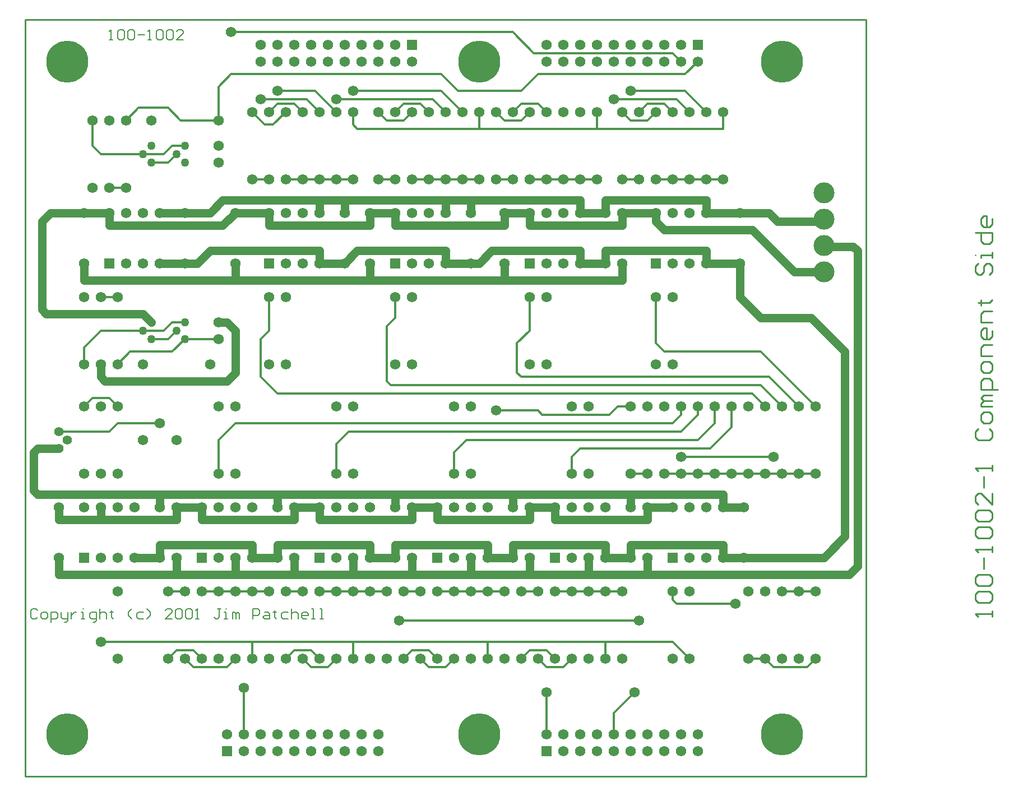
<source format=gtl>
*%FSLAX23Y23*%
*%MOIN*%
G01*
%ADD11C,0.006*%
%ADD12C,0.007*%
%ADD13C,0.008*%
%ADD14C,0.010*%
%ADD15C,0.012*%
%ADD16C,0.020*%
%ADD17C,0.032*%
%ADD18C,0.036*%
%ADD19C,0.050*%
%ADD20C,0.050*%
%ADD21C,0.052*%
%ADD22C,0.054*%
%ADD23C,0.055*%
%ADD24C,0.056*%
%ADD25C,0.059*%
%ADD26C,0.062*%
%ADD27C,0.066*%
%ADD28C,0.070*%
%ADD29C,0.090*%
%ADD30C,0.125*%
%ADD31C,0.129*%
%ADD32C,0.140*%
%ADD33C,0.160*%
%ADD34C,0.250*%
%ADD35C,0.250*%
%ADD36R,0.062X0.062*%
%ADD37R,0.066X0.066*%
D13*
X7256Y10255D02*
X7276D01*
X7266D01*
Y10315D01*
X7267D01*
X7266D02*
X7256Y10305D01*
X7306D02*
X7316Y10315D01*
X7336D01*
X7346Y10305D01*
Y10265D01*
X7336Y10255D01*
X7316D01*
X7306Y10265D01*
Y10305D01*
X7366D02*
X7376Y10315D01*
X7396D01*
X7406Y10305D01*
Y10265D01*
X7396Y10255D01*
X7376D01*
X7366Y10265D01*
Y10305D01*
X7426Y10285D02*
X7466D01*
X7486Y10255D02*
X7506D01*
X7496D01*
Y10315D01*
X7497D01*
X7496D02*
X7486Y10305D01*
X7536D02*
X7546Y10315D01*
X7566D01*
X7576Y10305D01*
Y10265D01*
X7566Y10255D01*
X7546D01*
X7536Y10265D01*
Y10305D01*
X7596D02*
X7606Y10315D01*
X7626D01*
X7636Y10305D01*
Y10265D01*
X7626Y10255D01*
X7606D01*
X7596Y10265D01*
Y10305D01*
X7656Y10255D02*
X7696D01*
X7656D02*
X7696Y10295D01*
Y10305D01*
X7686Y10315D01*
X7666D01*
X7656Y10305D01*
X6821Y6870D02*
X6831Y6860D01*
X6821Y6870D02*
X6801D01*
X6791Y6860D01*
Y6820D01*
X6801Y6810D01*
X6821D01*
X6831Y6820D01*
X6861Y6810D02*
X6881D01*
X6891Y6820D01*
Y6840D01*
X6881Y6850D01*
X6861D01*
X6851Y6840D01*
Y6820D01*
X6861Y6810D01*
X6911Y6790D02*
Y6850D01*
X6941D01*
X6951Y6840D01*
Y6820D01*
X6941Y6810D01*
X6911D01*
X6971Y6820D02*
Y6850D01*
Y6820D02*
X6981Y6810D01*
X7011D01*
Y6800D01*
X7001Y6790D01*
X6991D01*
X7011Y6810D02*
Y6850D01*
X7031D02*
Y6810D01*
Y6830D01*
X7041Y6840D01*
X7051Y6850D01*
X7061D01*
X7091Y6810D02*
X7111D01*
X7101D01*
Y6850D01*
X7091D01*
X7101Y6870D02*
X7102D01*
X7161Y6790D02*
X7171D01*
X7181Y6800D01*
Y6850D01*
X7151D01*
X7141Y6840D01*
Y6820D01*
X7151Y6810D01*
X7181D01*
X7201D02*
Y6870D01*
Y6840D02*
Y6810D01*
Y6840D02*
X7211Y6850D01*
X7231D01*
X7241Y6840D01*
Y6810D01*
X7271Y6850D02*
Y6860D01*
Y6850D02*
X7261D01*
X7281D01*
X7271D01*
Y6820D01*
X7281Y6810D01*
X7371Y6830D02*
X7391Y6810D01*
X7371Y6830D02*
Y6850D01*
X7391Y6870D01*
X7431Y6850D02*
X7461D01*
X7431D02*
X7421Y6840D01*
Y6820D01*
X7431Y6810D01*
X7461D01*
X7481D02*
X7501Y6830D01*
Y6850D01*
X7481Y6870D01*
X7591Y6810D02*
X7631D01*
X7591D02*
X7631Y6850D01*
Y6860D01*
X7621Y6870D01*
X7601D01*
X7591Y6860D01*
X7651D02*
X7661Y6870D01*
X7681D01*
X7691Y6860D01*
Y6820D01*
X7681Y6810D01*
X7661D01*
X7651Y6820D01*
Y6860D01*
X7711D02*
X7721Y6870D01*
X7741D01*
X7751Y6860D01*
Y6820D01*
X7741Y6810D01*
X7721D01*
X7711Y6820D01*
Y6860D01*
X7771Y6810D02*
X7791D01*
X7781D01*
Y6870D01*
X7782D01*
X7781D02*
X7771Y6860D01*
X7901Y6870D02*
X7921D01*
X7911D02*
X7901D01*
X7911D02*
Y6820D01*
X7901Y6810D01*
X7891D01*
X7881Y6820D01*
X7941Y6810D02*
X7961D01*
X7951D01*
Y6850D01*
X7941D01*
X7951Y6870D02*
X7952D01*
X7991Y6850D02*
Y6810D01*
Y6850D02*
X8001D01*
X8011Y6840D01*
Y6810D01*
Y6840D01*
X8021Y6850D01*
X8031Y6840D01*
Y6810D01*
X8111D02*
Y6870D01*
X8141D01*
X8151Y6860D01*
Y6840D01*
X8141Y6830D01*
X8111D01*
X8181Y6850D02*
X8201D01*
X8211Y6840D01*
Y6810D01*
X8181D01*
X8171Y6820D01*
X8181Y6830D01*
X8211D01*
X8241Y6850D02*
Y6860D01*
Y6850D02*
X8231D01*
X8251D01*
X8241D01*
Y6820D01*
X8251Y6810D01*
X8291Y6850D02*
X8321D01*
X8291D02*
X8281Y6840D01*
Y6820D01*
X8291Y6810D01*
X8321D01*
X8340D02*
Y6870D01*
Y6840D02*
Y6810D01*
Y6840D02*
X8350Y6850D01*
X8370D01*
X8380Y6840D01*
Y6810D01*
X8410D02*
X8430D01*
X8410D02*
X8400Y6820D01*
Y6840D01*
X8410Y6850D01*
X8430D01*
X8440Y6840D01*
Y6830D01*
X8400D01*
X8460Y6810D02*
X8480D01*
X8470D01*
Y6870D01*
X8460D01*
X8510Y6810D02*
X8530D01*
X8520D01*
Y6870D01*
X8510D01*
D14*
X12506Y6858D02*
Y6825D01*
Y6842D02*
Y6858D01*
Y6842D02*
X12406D01*
X12407D01*
X12406D02*
X12423Y6825D01*
Y6908D02*
X12406Y6925D01*
Y6958D01*
X12423Y6975D01*
X12489D01*
X12506Y6958D01*
Y6925D01*
X12489Y6908D01*
X12423D01*
Y7008D02*
X12406Y7025D01*
Y7058D01*
X12423Y7075D01*
X12489D01*
X12506Y7058D01*
Y7025D01*
X12489Y7008D01*
X12423D01*
X12456Y7108D02*
Y7175D01*
X12506Y7208D02*
Y7242D01*
Y7225D01*
X12406D01*
X12407D01*
X12406D02*
X12423Y7208D01*
Y7292D02*
X12406Y7308D01*
Y7342D01*
X12423Y7358D01*
X12489D01*
X12506Y7342D01*
Y7308D01*
X12489Y7292D01*
X12423D01*
Y7391D02*
X12406Y7408D01*
Y7441D01*
X12423Y7458D01*
X12489D01*
X12506Y7441D01*
Y7408D01*
X12489Y7391D01*
X12423D01*
X12506Y7491D02*
Y7558D01*
Y7491D02*
X12439Y7558D01*
X12423D01*
X12406Y7541D01*
Y7508D01*
X12423Y7491D01*
X12456Y7591D02*
Y7658D01*
X12506Y7691D02*
Y7725D01*
Y7708D01*
X12406D01*
X12407D01*
X12406D02*
X12423Y7691D01*
X12406Y7925D02*
X12423Y7941D01*
X12406Y7925D02*
Y7891D01*
X12423Y7875D01*
X12489D01*
X12506Y7891D01*
Y7925D01*
X12489Y7941D01*
X12506Y7991D02*
Y8025D01*
X12489Y8041D01*
X12456D01*
X12439Y8025D01*
Y7991D01*
X12456Y7975D01*
X12489D01*
X12506Y7991D01*
Y8075D02*
X12439D01*
Y8091D01*
X12456Y8108D01*
X12506D01*
X12456D01*
X12439Y8125D01*
X12456Y8141D01*
X12506D01*
X12539Y8175D02*
X12439D01*
Y8225D01*
X12456Y8241D01*
X12489D01*
X12506Y8225D01*
Y8175D01*
Y8291D02*
Y8325D01*
X12489Y8341D01*
X12456D01*
X12439Y8325D01*
Y8291D01*
X12456Y8275D01*
X12489D01*
X12506Y8291D01*
Y8374D02*
X12439D01*
Y8424D01*
X12456Y8441D01*
X12506D01*
Y8491D02*
Y8524D01*
Y8491D02*
X12489Y8474D01*
X12456D01*
X12439Y8491D01*
Y8524D01*
X12456Y8541D01*
X12473D01*
Y8474D01*
X12439Y8574D02*
X12506D01*
X12439D02*
Y8624D01*
X12456Y8641D01*
X12506D01*
X12439Y8691D02*
X12423D01*
X12439D02*
Y8674D01*
Y8708D01*
Y8691D01*
X12489D01*
X12506Y8708D01*
X12406Y8908D02*
X12423Y8924D01*
X12406Y8908D02*
Y8874D01*
X12423Y8858D01*
X12439D01*
X12456Y8874D01*
Y8908D01*
X12473Y8924D01*
X12489D01*
X12506Y8908D01*
Y8874D01*
X12489Y8858D01*
X12506Y8958D02*
Y8991D01*
Y8974D01*
X12439D01*
Y8958D01*
X12406Y8974D02*
X12407D01*
X12406Y9108D02*
X12506D01*
Y9058D01*
X12489Y9041D01*
X12456D01*
X12439Y9058D01*
Y9108D01*
X12506Y9158D02*
Y9191D01*
Y9158D02*
X12489Y9141D01*
X12456D01*
X12439Y9158D01*
Y9191D01*
X12456Y9208D01*
X12473D01*
Y9141D01*
X11756Y10375D02*
X6756D01*
Y5875D02*
X11756D01*
Y10375D01*
X6756D02*
Y5875D01*
D15*
X10256Y6250D02*
X10381Y6375D01*
X10831Y7825D02*
X10956Y7950D01*
X9781Y10175D02*
X9656Y10300D01*
X11131Y8200D02*
X11256Y8075D01*
X11356D02*
X11181Y8250D01*
X11131Y8400D02*
X11456Y8075D01*
X9356Y9825D02*
X9231Y9950D01*
X8606Y9825D02*
X8481Y9950D01*
X10681D02*
X10806Y9825D01*
X7106Y8425D02*
Y8325D01*
X7156Y8125D02*
X7106Y8075D01*
Y8425D02*
X7206Y8525D01*
X7156Y9625D02*
Y9775D01*
X7381Y8400D02*
X7306Y8325D01*
Y7975D02*
X7256Y7925D01*
X7306Y8075D02*
X7256Y8125D01*
X7206Y9575D02*
X7156Y9625D01*
X9756Y6625D02*
X9856D01*
X9156D02*
X9056D01*
X8456D02*
X8356D01*
X7756D02*
X7656D01*
X9856Y6525D02*
X9956D01*
X9256D02*
X9156D01*
X8556D02*
X8456D01*
X7956D02*
X7756D01*
X11206D02*
X11406D01*
X11156Y6575D02*
X11056D01*
X7431Y9850D02*
X7356Y9775D01*
X7206Y6675D02*
X8106D01*
X10206D02*
X10606D01*
X10206D02*
X9506D01*
X8706D01*
X8106D01*
X8981Y6800D02*
X10406D01*
X7706Y8475D02*
X7631Y8400D01*
X7606Y9525D02*
X7656Y9575D01*
X7631Y9625D02*
X7581Y9575D01*
X7656Y8525D02*
X7606Y8475D01*
X7581Y8525D02*
X7631Y8575D01*
X7656Y6625D02*
X7606Y6575D01*
X7706D02*
X7756Y6525D01*
X7681Y9775D02*
X7606Y9850D01*
X10631Y6900D02*
X10656D01*
X10981D01*
X11256Y6975D02*
X11356D01*
X11456D01*
X10206D02*
X10106D01*
X10206D02*
X10306D01*
X10106D02*
X10006D01*
X9906D01*
X9806D02*
X9706D01*
X9606D02*
X9506D01*
X9406D01*
X9306D01*
X9206D01*
X9106D02*
X9006D01*
X8906D02*
X8806D01*
X8706D02*
X8606D01*
X8706D02*
X8806D01*
X8606D02*
X8506D01*
X8406D02*
X8306D01*
X8206D02*
X8106D01*
X8006D01*
X7906D01*
X7806D01*
X7706D02*
X7606D01*
X7906Y9775D02*
Y9975D01*
Y7875D02*
Y7675D01*
Y9975D02*
X7981Y10050D01*
X8006Y7975D02*
X7906Y7875D01*
X7756Y6625D02*
X7806Y6575D01*
X8056Y6400D02*
Y6125D01*
X7956Y6525D02*
X8006Y6575D01*
X8206Y8525D02*
Y8725D01*
X8156Y8475D02*
Y8250D01*
X8106Y6675D02*
Y6575D01*
X8206Y9825D02*
X8256Y9875D01*
X8306Y9825D02*
X8231Y9750D01*
X8206Y8525D02*
X8156Y8475D01*
X8181Y9750D02*
X8106Y9825D01*
X8156Y8250D02*
X8256Y8150D01*
X8356Y6625D02*
X8306Y6575D01*
X8406D02*
X8456Y6525D01*
X8506Y9825D02*
X8431Y9900D01*
X8456Y6625D02*
X8506Y6575D01*
X8406Y9825D02*
X8356Y9875D01*
X10356Y7675D02*
X10456D01*
X10556D02*
X10656D01*
X10756D01*
X10856D01*
X10956D01*
X11056D01*
X11156D01*
X11256D01*
X11356D01*
X11456D01*
X11206Y7775D02*
X10656D01*
X8606Y7850D02*
Y7675D01*
Y7850D02*
X8681Y7925D01*
X8606Y6575D02*
X8556Y6525D01*
X10056Y7825D02*
X10831D01*
X10756Y7875D02*
X9381D01*
X8681Y7925D02*
X10656D01*
X10606Y7975D02*
X8006D01*
X7256Y7925D02*
X6956D01*
X7306Y7975D02*
X7556D01*
X8706Y9750D02*
Y9825D01*
Y6675D02*
Y6575D01*
X8906Y9775D02*
X8856Y9825D01*
X8731Y9725D02*
X8706Y9750D01*
X8931Y8200D02*
X11131D01*
X10356Y8075D02*
X10281D01*
X10231Y8025D02*
X9831D01*
X9806Y8050D02*
X9556D01*
X8256Y8150D02*
X11081D01*
X7256Y8125D02*
X7156D01*
X8906Y8225D02*
Y8550D01*
X8956Y8600D02*
Y8725D01*
X9006Y9775D02*
X9056Y9825D01*
Y6625D02*
X9006Y6575D01*
X8906Y8550D02*
X8956Y8600D01*
Y9825D02*
X9006Y9875D01*
X8906Y8225D02*
X8931Y8200D01*
X9706Y8250D02*
X11181D01*
X9306Y6575D02*
X9256Y6525D01*
Y9825D02*
X9181Y9900D01*
X9231Y10050D02*
X9331Y9950D01*
X9156Y9825D02*
X9106Y9875D01*
Y6575D02*
X9156Y6525D01*
X9206Y6575D02*
X9156Y6625D01*
X7706Y8575D02*
X7631D01*
X10556Y8400D02*
X11131D01*
X7631D02*
X7381D01*
X7706Y8475D02*
X7906D01*
X7606D02*
X7506D01*
X7456Y8525D02*
X7206D01*
X7456D02*
X7581D01*
X9456Y9725D02*
Y9825D01*
X9306Y7800D02*
Y7675D01*
Y7800D02*
X9381Y7875D01*
X7306Y8725D02*
X7206D01*
X9506Y6675D02*
Y6575D01*
X9656Y9825D02*
X9706Y9875D01*
X9606Y9775D02*
X9556Y9825D01*
X9856Y6375D02*
Y6125D01*
X9681Y8275D02*
Y8450D01*
X9756Y8525D02*
Y8725D01*
X9706Y9950D02*
X9806Y10050D01*
X9756Y8525D02*
X9681Y8450D01*
X9706Y9775D02*
X9756Y9825D01*
Y6625D02*
X9706Y6575D01*
X9831Y8025D02*
X9806Y8050D01*
X9856Y9825D02*
X9806Y9875D01*
Y6575D02*
X9856Y6525D01*
X9906Y6575D02*
X9856Y6625D01*
X9706Y8250D02*
X9681Y8275D01*
X10006Y7775D02*
Y7675D01*
Y7775D02*
X10056Y7825D01*
X10006Y6575D02*
X9956Y6525D01*
X7356Y9375D02*
X7256D01*
X10256Y6250D02*
Y6125D01*
X10206Y6575D02*
Y6675D01*
X10156Y9725D02*
Y9825D01*
X10281Y8075D02*
X10231Y8025D01*
X8206Y9425D02*
X8106D01*
X8306D02*
X8406D01*
X8506D01*
X8606D01*
X8706D01*
X8856D02*
X8956D01*
X9056D02*
X9156D01*
X9256D01*
X9356D01*
X9456D01*
X9556D02*
X9656D01*
X9756D02*
X9856D01*
X9956D01*
X10056D01*
X10156D01*
X10306D02*
X10406D01*
X10506D02*
X10606D01*
X10706D01*
X10806D01*
X10906D01*
X7606Y9525D02*
X7506D01*
X10406Y9825D02*
X10456Y9875D01*
X10356Y9775D02*
X10306Y9825D01*
X8231Y9750D02*
X8181D01*
X7456Y9575D02*
X7206D01*
X7456D02*
X7581D01*
X7631Y9625D02*
X7706D01*
X8731Y9725D02*
X9456D01*
X10156D01*
X10906D01*
X10606Y6975D02*
Y6925D01*
X10506Y8450D02*
Y8725D01*
X10656Y8025D02*
X10606Y7975D01*
X10456Y9775D02*
X10506Y9825D01*
X10556Y9875D02*
X10606Y9825D01*
Y6925D02*
X10631Y6900D01*
X10656Y10125D02*
X10606Y10175D01*
X10631Y9900D02*
X10706Y9825D01*
X10606Y6675D02*
X10706Y6575D01*
X10556Y8400D02*
X10506Y8450D01*
X9231Y9950D02*
X8706D01*
X9331D02*
X9706D01*
X8481D02*
X8256D01*
X10356D02*
X10681D01*
X7606Y9850D02*
X7431D01*
X7681Y9775D02*
X7906D01*
X10356D02*
X10456D01*
X9706D02*
X9606D01*
X9006D02*
X8906D01*
X9181Y9900D02*
X8606D01*
X8431D02*
X8156D01*
X8256Y9875D02*
X8356D01*
X10456D02*
X10556D01*
X9806D02*
X9706D01*
X9106D02*
X9006D01*
X10256Y9900D02*
X10631D01*
X10756Y8075D02*
Y8025D01*
X10656D02*
Y8075D01*
X10756Y7875D02*
X10856Y7975D01*
X10681Y10050D02*
X10756Y10125D01*
Y8025D02*
X10656Y7925D01*
X10681Y10050D02*
X9806D01*
X9231D02*
X7981D01*
X10956Y8075D02*
Y7950D01*
X10856Y7975D02*
Y8075D01*
X10906Y9725D02*
Y9825D01*
X10606Y10175D02*
X9781D01*
X9656Y10300D02*
X7981D01*
X11156Y6575D02*
X11206Y6525D01*
X11156Y8075D02*
X11081Y8150D01*
X11456Y6575D02*
X11406Y6525D01*
D20*
X11506Y7175D02*
X11631Y7300D01*
X8006Y8275D02*
X7956Y8225D01*
X6906Y9225D02*
X6856Y9175D01*
X11656Y7075D02*
X11706Y7125D01*
X6831Y7825D02*
X6806Y7800D01*
X7856Y9225D02*
X7931Y9300D01*
X9456Y8925D02*
X9531Y9000D01*
X8731D02*
X8656Y8925D01*
X7856Y9000D02*
X7781Y8925D01*
X7931Y9150D02*
X8006Y9225D01*
X11006Y8725D02*
X11131Y8600D01*
X11431D02*
X11631Y8400D01*
X10556Y9125D02*
X10506Y9175D01*
X11081Y9125D02*
X11331Y8875D01*
X11231Y9175D02*
X11181Y9225D01*
X8006Y8525D02*
X7956Y8575D01*
X7231Y8225D02*
X7206Y8250D01*
X6881Y8625D02*
X6856Y8650D01*
X7456Y8625D02*
X7506Y8575D01*
X11681Y9025D02*
X11706Y9000D01*
X6831Y7550D02*
X6806Y7575D01*
X6856Y8650D02*
Y9175D01*
X6806Y7800D02*
Y7575D01*
X7106Y8825D02*
Y8925D01*
X6956Y7175D02*
Y7075D01*
Y7400D02*
Y7475D01*
X7256Y9150D02*
Y9225D01*
X7206Y8325D02*
Y8250D01*
Y7475D02*
Y7400D01*
X7656D02*
Y7475D01*
Y7175D02*
Y7075D01*
X7556Y7175D02*
Y7250D01*
Y7475D02*
Y7550D01*
X7806Y7475D02*
Y7400D01*
X10456Y7075D02*
X11656D01*
X10456D02*
X10106D01*
X9756D01*
X9406D01*
X9056D01*
X8706D01*
X8356D01*
X8006D01*
X7656D01*
X6956D01*
X11031Y7175D02*
X11506D01*
X7556D02*
X7406D01*
X8106D02*
X8256D01*
X8806D02*
X8956D01*
X9506D02*
X9656D01*
X10206D02*
X10356D01*
X10906D02*
X11031D01*
X8006Y8275D02*
Y8525D01*
Y8825D02*
Y8925D01*
Y7175D02*
Y7075D01*
X9906Y7400D02*
X10456D01*
X9756D02*
X9206D01*
X9056D02*
X8506D01*
X8356D02*
X7806D01*
X7656D02*
X7206D01*
X6956D01*
X7556Y7250D02*
X8106D01*
X8256D02*
X8806D01*
X8956D02*
X9506D01*
X9656D02*
X10206D01*
X10356D02*
X10906D01*
X8206Y9150D02*
Y9225D01*
X8256Y7250D02*
Y7175D01*
Y7475D02*
Y7550D01*
X8106Y7250D02*
Y7175D01*
X10906Y7475D02*
X11031D01*
X10606D02*
X10456D01*
X9906D02*
X9756D01*
X9206D02*
X9056D01*
X8506D02*
X8356D01*
X7806D02*
X7656D01*
X7556Y7550D02*
X6831D01*
X7556D02*
X8256D01*
X8956D01*
X9656D01*
X10356D01*
X10906D01*
X8356Y7475D02*
Y7400D01*
Y7175D02*
Y7075D01*
X8656Y9225D02*
Y9300D01*
X8506Y7475D02*
Y7400D01*
Y8925D02*
Y9000D01*
Y9225D02*
Y9300D01*
X6956Y7825D02*
X6831D01*
X8806Y7250D02*
Y7175D01*
Y9150D02*
Y9225D01*
Y8925D02*
Y8825D01*
X8706Y7175D02*
Y7075D01*
X9056Y7400D02*
Y7475D01*
Y7175D02*
Y7075D01*
X8956Y7175D02*
Y7250D01*
Y9150D02*
Y9225D01*
Y7550D02*
Y7475D01*
X7956Y8225D02*
X7231D01*
X9206Y7475D02*
Y7400D01*
X9256Y8925D02*
Y9000D01*
Y9225D02*
Y9300D01*
X7956Y8575D02*
X7906D01*
X9406Y9225D02*
Y9300D01*
Y7175D02*
Y7075D01*
X11131Y8600D02*
X11431D01*
X7456Y8625D02*
X6881D01*
X9656Y7250D02*
Y7175D01*
X9606Y9150D02*
Y9225D01*
Y8925D02*
Y8825D01*
X9656Y7550D02*
Y7475D01*
X9506Y7250D02*
Y7175D01*
X11331Y8875D02*
X11506D01*
X8006Y8825D02*
X7106D01*
X8006D02*
X8806D01*
X9606D01*
X10306D01*
X10806Y8925D02*
X11006D01*
X10206D02*
X10056D01*
X9456D02*
X9406D01*
X9256D01*
X8656D02*
X8506D01*
X7781D02*
X7556D01*
X9756Y7475D02*
Y7400D01*
Y9150D02*
Y9225D01*
Y7175D02*
Y7075D01*
X11231Y9175D02*
X11506D01*
Y9025D02*
X11681D01*
X10806Y9000D02*
X10206D01*
X10056D02*
X9531D01*
X9256D02*
X8731D01*
X8506D02*
X7856D01*
X10556Y9125D02*
X11081D01*
X7931Y9150D02*
X7256D01*
X8206D02*
X8806D01*
X8956D02*
X9606D01*
X9756D02*
X10306D01*
X10056Y9225D02*
Y9300D01*
Y9000D02*
Y8925D01*
X9906Y7475D02*
Y7400D01*
X11006Y9225D02*
X11181D01*
X7106D02*
X6906D01*
X7706D02*
X7856D01*
X7706D02*
X7556D01*
X7256D02*
X7106D01*
X8006D02*
X8206D01*
X8806D02*
X8956D01*
X9606D02*
X9756D01*
X10306D02*
X10506D01*
X10206D02*
X10056D01*
X10806D02*
X11006D01*
X8506Y9300D02*
X7931D01*
X9406D02*
X10056D01*
X9406D02*
X9256D01*
X8656D01*
X8506D01*
X10206D02*
X10806D01*
X10206Y7250D02*
Y7175D01*
Y8925D02*
Y9000D01*
Y9225D02*
Y9300D01*
X10106Y7175D02*
Y7075D01*
X10356Y7175D02*
Y7250D01*
Y7475D02*
Y7550D01*
X10306Y8825D02*
Y8925D01*
Y9150D02*
Y9225D01*
X10456Y7475D02*
Y7400D01*
X10506Y9175D02*
Y9225D01*
X10456Y7175D02*
Y7075D01*
X10806Y8925D02*
Y9000D01*
Y9225D02*
Y9300D01*
X11006Y8925D02*
Y8725D01*
X10906Y7550D02*
Y7475D01*
Y7250D02*
Y7175D01*
X11506Y9175D02*
Y9187D01*
Y9031D02*
Y9025D01*
X11631Y8400D02*
Y7300D01*
X11706Y7125D02*
Y9000D01*
X7506Y9625D02*
D03*
Y9525D02*
D03*
X7456Y9575D02*
D03*
X7706Y9625D02*
D03*
Y9525D02*
D03*
X7656Y9575D02*
D03*
X7506Y8575D02*
D03*
Y8475D02*
D03*
X7456Y8525D02*
D03*
X7706Y8575D02*
D03*
Y8475D02*
D03*
X7656Y8525D02*
D03*
D23*
X6956Y7925D02*
D03*
X7006Y7875D02*
D03*
X6956Y7825D02*
D03*
D26*
X11206Y7775D02*
D03*
X10981Y6900D02*
D03*
X10656Y7775D02*
D03*
X10356Y9950D02*
D03*
X10406Y6800D02*
D03*
X10381Y6375D02*
D03*
X10256Y9900D02*
D03*
X9856Y6375D02*
D03*
X9556Y8050D02*
D03*
X8981Y6800D02*
D03*
X8706Y9950D02*
D03*
X8606Y9900D02*
D03*
X8156D02*
D03*
X8256Y9950D02*
D03*
X7981Y10300D02*
D03*
X8056Y6400D02*
D03*
X7206Y6675D02*
D03*
X10706Y9425D02*
D03*
Y9825D02*
D03*
X10806D02*
D03*
Y9425D02*
D03*
X10906Y9825D02*
D03*
Y9425D02*
D03*
X9856Y10125D02*
D03*
Y10225D02*
D03*
X9956Y10125D02*
D03*
Y10225D02*
D03*
X10056Y10125D02*
D03*
Y10225D02*
D03*
X10156Y10125D02*
D03*
Y10225D02*
D03*
X10256Y10125D02*
D03*
Y10225D02*
D03*
X10356Y10125D02*
D03*
Y10225D02*
D03*
X10456Y10125D02*
D03*
Y10225D02*
D03*
X10556Y10125D02*
D03*
Y10225D02*
D03*
X10656Y10125D02*
D03*
Y10225D02*
D03*
X10756Y10125D02*
D03*
X10606Y8925D02*
D03*
X10706D02*
D03*
X10806D02*
D03*
Y9225D02*
D03*
X10706D02*
D03*
X10606D02*
D03*
X10506D02*
D03*
X11006Y8925D02*
D03*
Y9225D02*
D03*
X10456Y8075D02*
D03*
Y7675D02*
D03*
X10556D02*
D03*
Y8075D02*
D03*
X11056D02*
D03*
Y7675D02*
D03*
X10606Y9425D02*
D03*
Y9825D02*
D03*
X10506Y9425D02*
D03*
Y9825D02*
D03*
Y8325D02*
D03*
Y8725D02*
D03*
X10606Y8325D02*
D03*
Y8725D02*
D03*
X10656Y8075D02*
D03*
Y7675D02*
D03*
X10756Y8075D02*
D03*
Y7675D02*
D03*
X10856Y8075D02*
D03*
Y7675D02*
D03*
X10956Y8075D02*
D03*
Y7675D02*
D03*
X11456Y8075D02*
D03*
Y7675D02*
D03*
X11356Y8075D02*
D03*
Y7675D02*
D03*
X11256Y8075D02*
D03*
Y7675D02*
D03*
X11156Y8075D02*
D03*
Y7675D02*
D03*
X10706Y7175D02*
D03*
X10806D02*
D03*
X10906D02*
D03*
Y7475D02*
D03*
X10806D02*
D03*
X10706D02*
D03*
X10606D02*
D03*
X10706Y6575D02*
D03*
Y6975D02*
D03*
X10606Y6575D02*
D03*
Y6975D02*
D03*
X11056D02*
D03*
Y6575D02*
D03*
X11156Y6975D02*
D03*
Y6575D02*
D03*
X11256Y6975D02*
D03*
Y6575D02*
D03*
X11356Y6975D02*
D03*
Y6575D02*
D03*
X11456Y6975D02*
D03*
Y6575D02*
D03*
X11031Y7175D02*
D03*
Y7475D02*
D03*
X10456Y7175D02*
D03*
Y7475D02*
D03*
X9056Y10125D02*
D03*
X8956Y10225D02*
D03*
Y10125D02*
D03*
X8856Y10225D02*
D03*
Y10125D02*
D03*
X8756Y10225D02*
D03*
Y10125D02*
D03*
X8656Y10225D02*
D03*
Y10125D02*
D03*
X8556Y10225D02*
D03*
Y10125D02*
D03*
X8456Y10225D02*
D03*
Y10125D02*
D03*
X8356Y10225D02*
D03*
Y10125D02*
D03*
X8256Y10225D02*
D03*
Y10125D02*
D03*
X8156Y10225D02*
D03*
Y10125D02*
D03*
X10406Y9425D02*
D03*
Y9825D02*
D03*
X9656Y9425D02*
D03*
Y9825D02*
D03*
X8956Y9425D02*
D03*
Y9825D02*
D03*
X9256Y9425D02*
D03*
Y9825D02*
D03*
X9356D02*
D03*
Y9425D02*
D03*
X9456Y9825D02*
D03*
Y9425D02*
D03*
X10156Y9825D02*
D03*
Y9425D02*
D03*
X10056Y9825D02*
D03*
Y9425D02*
D03*
X9956D02*
D03*
Y9825D02*
D03*
X10206Y8925D02*
D03*
Y9225D02*
D03*
X9606D02*
D03*
Y8925D02*
D03*
X9406Y8075D02*
D03*
Y7675D02*
D03*
X9306Y8075D02*
D03*
Y7675D02*
D03*
X10106Y8075D02*
D03*
Y7675D02*
D03*
X10006Y8075D02*
D03*
Y7675D02*
D03*
X9856Y8925D02*
D03*
X9956D02*
D03*
X10056D02*
D03*
Y9225D02*
D03*
X9956D02*
D03*
X9856D02*
D03*
X9756D02*
D03*
X9056Y8925D02*
D03*
X9156D02*
D03*
X9256D02*
D03*
Y9225D02*
D03*
X9156D02*
D03*
X9056D02*
D03*
X8956D02*
D03*
X9406Y8925D02*
D03*
Y9225D02*
D03*
X10306D02*
D03*
Y8925D02*
D03*
Y9825D02*
D03*
Y9425D02*
D03*
X9556Y9825D02*
D03*
Y9425D02*
D03*
X9756Y8325D02*
D03*
Y8725D02*
D03*
X9856Y8325D02*
D03*
Y8725D02*
D03*
X9156Y9425D02*
D03*
Y9825D02*
D03*
X9056Y9425D02*
D03*
Y9825D02*
D03*
X8956Y8325D02*
D03*
Y8725D02*
D03*
X9056Y8325D02*
D03*
Y8725D02*
D03*
X9856Y9425D02*
D03*
Y9825D02*
D03*
X9756Y9425D02*
D03*
Y9825D02*
D03*
Y7475D02*
D03*
Y7175D02*
D03*
X10356D02*
D03*
Y7475D02*
D03*
X9056D02*
D03*
Y7175D02*
D03*
X8956D02*
D03*
Y7475D02*
D03*
X9656Y7175D02*
D03*
Y7475D02*
D03*
X9006Y6975D02*
D03*
Y6575D02*
D03*
X9106D02*
D03*
Y6975D02*
D03*
X9206D02*
D03*
Y6575D02*
D03*
X9306Y6975D02*
D03*
Y6575D02*
D03*
X9406D02*
D03*
Y6975D02*
D03*
X9506Y6575D02*
D03*
Y6975D02*
D03*
X9706D02*
D03*
Y6575D02*
D03*
X9806D02*
D03*
Y6975D02*
D03*
X9906D02*
D03*
Y6575D02*
D03*
X10006Y6975D02*
D03*
Y6575D02*
D03*
X10106D02*
D03*
Y6975D02*
D03*
X10206Y6575D02*
D03*
Y6975D02*
D03*
X9306Y7175D02*
D03*
X9406D02*
D03*
X9506D02*
D03*
Y7475D02*
D03*
X9406D02*
D03*
X9306D02*
D03*
X9206D02*
D03*
X10006Y7175D02*
D03*
X10106D02*
D03*
X10206D02*
D03*
Y7475D02*
D03*
X10106D02*
D03*
X10006D02*
D03*
X9906D02*
D03*
X8906Y6975D02*
D03*
Y6575D02*
D03*
X9606Y6975D02*
D03*
Y6575D02*
D03*
X10306Y6975D02*
D03*
Y6575D02*
D03*
X10356Y7675D02*
D03*
Y8075D02*
D03*
X10756Y6125D02*
D03*
Y6025D02*
D03*
X10656Y6125D02*
D03*
Y6025D02*
D03*
X10556Y6125D02*
D03*
Y6025D02*
D03*
X10456Y6125D02*
D03*
Y6025D02*
D03*
X10356Y6125D02*
D03*
Y6025D02*
D03*
X10256Y6125D02*
D03*
Y6025D02*
D03*
X10156Y6125D02*
D03*
Y6025D02*
D03*
X10056Y6125D02*
D03*
Y6025D02*
D03*
X9956Y6125D02*
D03*
Y6025D02*
D03*
X9856Y6125D02*
D03*
X8206Y9425D02*
D03*
Y9825D02*
D03*
X8506Y9425D02*
D03*
Y9825D02*
D03*
X8606D02*
D03*
Y9425D02*
D03*
X8706Y9825D02*
D03*
Y9425D02*
D03*
X7506Y9775D02*
D03*
X7906D02*
D03*
X8606Y8075D02*
D03*
Y7675D02*
D03*
X8706Y8075D02*
D03*
Y7675D02*
D03*
X7906Y8075D02*
D03*
Y7675D02*
D03*
X8006Y8075D02*
D03*
Y7675D02*
D03*
X8806Y9225D02*
D03*
Y8925D02*
D03*
X8006Y9225D02*
D03*
Y8925D02*
D03*
X8306D02*
D03*
X8406D02*
D03*
X8506D02*
D03*
Y9225D02*
D03*
X8406D02*
D03*
X8306D02*
D03*
X8206D02*
D03*
X8656Y8925D02*
D03*
Y9225D02*
D03*
X7856Y8325D02*
D03*
X7456D02*
D03*
X8856Y9825D02*
D03*
Y9425D02*
D03*
X8406D02*
D03*
Y9825D02*
D03*
X8306Y9425D02*
D03*
Y9825D02*
D03*
X7906Y8575D02*
D03*
Y8475D02*
D03*
X8106Y9825D02*
D03*
Y9425D02*
D03*
X8206Y8325D02*
D03*
Y8725D02*
D03*
X8306Y8325D02*
D03*
Y8725D02*
D03*
X7356Y9375D02*
D03*
Y9775D02*
D03*
X7906Y9625D02*
D03*
Y9525D02*
D03*
X7706Y9225D02*
D03*
Y8925D02*
D03*
X7556Y7175D02*
D03*
Y7475D02*
D03*
X7656D02*
D03*
Y7175D02*
D03*
X8256D02*
D03*
Y7475D02*
D03*
X8356D02*
D03*
Y7175D02*
D03*
X8306Y6975D02*
D03*
Y6575D02*
D03*
X8606Y7175D02*
D03*
X8706D02*
D03*
X8806D02*
D03*
Y7475D02*
D03*
X8706D02*
D03*
X8606D02*
D03*
X8506D02*
D03*
X8706Y6575D02*
D03*
Y6975D02*
D03*
X8606D02*
D03*
Y6575D02*
D03*
X8506Y6975D02*
D03*
Y6575D02*
D03*
X8406D02*
D03*
Y6975D02*
D03*
X8806Y6575D02*
D03*
Y6975D02*
D03*
X7606D02*
D03*
Y6575D02*
D03*
X7706D02*
D03*
Y6975D02*
D03*
X7806D02*
D03*
Y6575D02*
D03*
X7906D02*
D03*
Y6975D02*
D03*
X8006D02*
D03*
Y6575D02*
D03*
X8106D02*
D03*
Y6975D02*
D03*
X7906Y7175D02*
D03*
X8006D02*
D03*
X8106D02*
D03*
Y7475D02*
D03*
X8006D02*
D03*
X7906D02*
D03*
X7806D02*
D03*
X8206Y6975D02*
D03*
Y6575D02*
D03*
X7556Y7975D02*
D03*
X7456Y7875D02*
D03*
X7656D02*
D03*
X8856Y6125D02*
D03*
Y6025D02*
D03*
X8756Y6125D02*
D03*
Y6025D02*
D03*
X8656Y6125D02*
D03*
Y6025D02*
D03*
X8556Y6125D02*
D03*
Y6025D02*
D03*
X8456Y6125D02*
D03*
Y6025D02*
D03*
X8356Y6125D02*
D03*
Y6025D02*
D03*
X8256Y6125D02*
D03*
Y6025D02*
D03*
X8156Y6125D02*
D03*
Y6025D02*
D03*
X8056Y6125D02*
D03*
Y6025D02*
D03*
X7956Y6125D02*
D03*
X7256Y9775D02*
D03*
Y9375D02*
D03*
X7206Y7675D02*
D03*
Y8075D02*
D03*
X7106Y8725D02*
D03*
Y8325D02*
D03*
X7206D02*
D03*
Y8725D02*
D03*
X7306D02*
D03*
Y8325D02*
D03*
X7106Y9225D02*
D03*
Y8925D02*
D03*
X7356D02*
D03*
X7456D02*
D03*
X7556D02*
D03*
Y9225D02*
D03*
X7456D02*
D03*
X7356D02*
D03*
X7256D02*
D03*
X7156Y9375D02*
D03*
Y9775D02*
D03*
X6956Y7475D02*
D03*
Y7175D02*
D03*
X7306Y6975D02*
D03*
Y6575D02*
D03*
X7206Y7175D02*
D03*
X7306D02*
D03*
X7406D02*
D03*
Y7475D02*
D03*
X7306D02*
D03*
X7206D02*
D03*
X7106D02*
D03*
Y7675D02*
D03*
Y8075D02*
D03*
X7306D02*
D03*
Y7675D02*
D03*
D30*
X11506Y8875D02*
D03*
Y9343D02*
D03*
Y9187D02*
D03*
Y9031D02*
D03*
D34*
X11256Y10125D02*
D03*
Y6125D02*
D03*
X9456Y10125D02*
D03*
Y6125D02*
D03*
X7006Y10125D02*
D03*
Y6125D02*
D03*
D36*
X10756Y10225D02*
D03*
X10506Y8925D02*
D03*
X10606Y7175D02*
D03*
X9056Y10225D02*
D03*
X9756Y8925D02*
D03*
X8956D02*
D03*
X9206Y7175D02*
D03*
X9906D02*
D03*
X9856Y6025D02*
D03*
X8206Y8925D02*
D03*
X8506Y7175D02*
D03*
X7806D02*
D03*
X7956Y6025D02*
D03*
X7256Y8925D02*
D03*
X7106Y7175D02*
D03*
M02*

</source>
